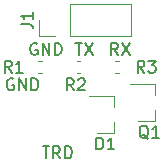
<source format=gbr>
G04 #@! TF.GenerationSoftware,KiCad,Pcbnew,5.1.5-1.fc31*
G04 #@! TF.CreationDate,2020-03-29T10:54:51-05:00*
G04 #@! TF.ProjectId,TK-X90-Programming,544b2d58-3930-42d5-9072-6f6772616d6d,A*
G04 #@! TF.SameCoordinates,Original*
G04 #@! TF.FileFunction,Legend,Top*
G04 #@! TF.FilePolarity,Positive*
%FSLAX46Y46*%
G04 Gerber Fmt 4.6, Leading zero omitted, Abs format (unit mm)*
G04 Created by KiCad (PCBNEW 5.1.5-1.fc31) date 2020-03-29 10:54:51*
%MOMM*%
%LPD*%
G04 APERTURE LIST*
%ADD10C,0.150000*%
%ADD11C,0.120000*%
G04 APERTURE END LIST*
D10*
X146464285Y-105952380D02*
X147035714Y-105952380D01*
X146750000Y-106952380D02*
X146750000Y-105952380D01*
X147940476Y-106952380D02*
X147607142Y-106476190D01*
X147369047Y-106952380D02*
X147369047Y-105952380D01*
X147750000Y-105952380D01*
X147845238Y-106000000D01*
X147892857Y-106047619D01*
X147940476Y-106142857D01*
X147940476Y-106285714D01*
X147892857Y-106380952D01*
X147845238Y-106428571D01*
X147750000Y-106476190D01*
X147369047Y-106476190D01*
X148369047Y-106952380D02*
X148369047Y-105952380D01*
X148607142Y-105952380D01*
X148750000Y-106000000D01*
X148845238Y-106095238D01*
X148892857Y-106190476D01*
X148940476Y-106380952D01*
X148940476Y-106523809D01*
X148892857Y-106714285D01*
X148845238Y-106809523D01*
X148750000Y-106904761D01*
X148607142Y-106952380D01*
X148369047Y-106952380D01*
X143988095Y-100250000D02*
X143892857Y-100202380D01*
X143750000Y-100202380D01*
X143607142Y-100250000D01*
X143511904Y-100345238D01*
X143464285Y-100440476D01*
X143416666Y-100630952D01*
X143416666Y-100773809D01*
X143464285Y-100964285D01*
X143511904Y-101059523D01*
X143607142Y-101154761D01*
X143750000Y-101202380D01*
X143845238Y-101202380D01*
X143988095Y-101154761D01*
X144035714Y-101107142D01*
X144035714Y-100773809D01*
X143845238Y-100773809D01*
X144464285Y-101202380D02*
X144464285Y-100202380D01*
X145035714Y-101202380D01*
X145035714Y-100202380D01*
X145511904Y-101202380D02*
X145511904Y-100202380D01*
X145750000Y-100202380D01*
X145892857Y-100250000D01*
X145988095Y-100345238D01*
X146035714Y-100440476D01*
X146083333Y-100630952D01*
X146083333Y-100773809D01*
X146035714Y-100964285D01*
X145988095Y-101059523D01*
X145892857Y-101154761D01*
X145750000Y-101202380D01*
X145511904Y-101202380D01*
X152833333Y-98202380D02*
X152500000Y-97726190D01*
X152261904Y-98202380D02*
X152261904Y-97202380D01*
X152642857Y-97202380D01*
X152738095Y-97250000D01*
X152785714Y-97297619D01*
X152833333Y-97392857D01*
X152833333Y-97535714D01*
X152785714Y-97630952D01*
X152738095Y-97678571D01*
X152642857Y-97726190D01*
X152261904Y-97726190D01*
X153166666Y-97202380D02*
X153833333Y-98202380D01*
X153833333Y-97202380D02*
X153166666Y-98202380D01*
X149238095Y-97202380D02*
X149809523Y-97202380D01*
X149523809Y-98202380D02*
X149523809Y-97202380D01*
X150047619Y-97202380D02*
X150714285Y-98202380D01*
X150714285Y-97202380D02*
X150047619Y-98202380D01*
X145988095Y-97250000D02*
X145892857Y-97202380D01*
X145750000Y-97202380D01*
X145607142Y-97250000D01*
X145511904Y-97345238D01*
X145464285Y-97440476D01*
X145416666Y-97630952D01*
X145416666Y-97773809D01*
X145464285Y-97964285D01*
X145511904Y-98059523D01*
X145607142Y-98154761D01*
X145750000Y-98202380D01*
X145845238Y-98202380D01*
X145988095Y-98154761D01*
X146035714Y-98107142D01*
X146035714Y-97773809D01*
X145845238Y-97773809D01*
X146464285Y-98202380D02*
X146464285Y-97202380D01*
X147035714Y-98202380D01*
X147035714Y-97202380D01*
X147511904Y-98202380D02*
X147511904Y-97202380D01*
X147750000Y-97202380D01*
X147892857Y-97250000D01*
X147988095Y-97345238D01*
X148035714Y-97440476D01*
X148083333Y-97630952D01*
X148083333Y-97773809D01*
X148035714Y-97964285D01*
X147988095Y-98059523D01*
X147892857Y-98154761D01*
X147750000Y-98202380D01*
X147511904Y-98202380D01*
D11*
X152510000Y-104830000D02*
X151050000Y-104830000D01*
X152510000Y-101670000D02*
X150350000Y-101670000D01*
X152510000Y-101670000D02*
X152510000Y-102600000D01*
X152510000Y-104830000D02*
X152510000Y-103900000D01*
X146170000Y-96580000D02*
X146170000Y-95250000D01*
X147500000Y-96580000D02*
X146170000Y-96580000D01*
X148770000Y-96580000D02*
X148770000Y-93920000D01*
X148770000Y-93920000D02*
X153910000Y-93920000D01*
X148770000Y-96580000D02*
X153910000Y-96580000D01*
X153910000Y-96580000D02*
X153910000Y-93920000D01*
X152587221Y-99760000D02*
X152912779Y-99760000D01*
X152587221Y-98740000D02*
X152912779Y-98740000D01*
X149337221Y-99760000D02*
X149662779Y-99760000D01*
X149337221Y-98740000D02*
X149662779Y-98740000D01*
X146412779Y-98740000D02*
X146087221Y-98740000D01*
X146412779Y-99760000D02*
X146087221Y-99760000D01*
X156010000Y-103830000D02*
X154550000Y-103830000D01*
X156010000Y-100670000D02*
X153850000Y-100670000D01*
X156010000Y-100670000D02*
X156010000Y-101600000D01*
X156010000Y-103830000D02*
X156010000Y-102900000D01*
D10*
X151011904Y-106202380D02*
X151011904Y-105202380D01*
X151250000Y-105202380D01*
X151392857Y-105250000D01*
X151488095Y-105345238D01*
X151535714Y-105440476D01*
X151583333Y-105630952D01*
X151583333Y-105773809D01*
X151535714Y-105964285D01*
X151488095Y-106059523D01*
X151392857Y-106154761D01*
X151250000Y-106202380D01*
X151011904Y-106202380D01*
X152535714Y-106202380D02*
X151964285Y-106202380D01*
X152250000Y-106202380D02*
X152250000Y-105202380D01*
X152154761Y-105345238D01*
X152059523Y-105440476D01*
X151964285Y-105488095D01*
X144622380Y-95583333D02*
X145336666Y-95583333D01*
X145479523Y-95630952D01*
X145574761Y-95726190D01*
X145622380Y-95869047D01*
X145622380Y-95964285D01*
X145622380Y-94583333D02*
X145622380Y-95154761D01*
X145622380Y-94869047D02*
X144622380Y-94869047D01*
X144765238Y-94964285D01*
X144860476Y-95059523D01*
X144908095Y-95154761D01*
X155083333Y-99702380D02*
X154750000Y-99226190D01*
X154511904Y-99702380D02*
X154511904Y-98702380D01*
X154892857Y-98702380D01*
X154988095Y-98750000D01*
X155035714Y-98797619D01*
X155083333Y-98892857D01*
X155083333Y-99035714D01*
X155035714Y-99130952D01*
X154988095Y-99178571D01*
X154892857Y-99226190D01*
X154511904Y-99226190D01*
X155416666Y-98702380D02*
X156035714Y-98702380D01*
X155702380Y-99083333D01*
X155845238Y-99083333D01*
X155940476Y-99130952D01*
X155988095Y-99178571D01*
X156035714Y-99273809D01*
X156035714Y-99511904D01*
X155988095Y-99607142D01*
X155940476Y-99654761D01*
X155845238Y-99702380D01*
X155559523Y-99702380D01*
X155464285Y-99654761D01*
X155416666Y-99607142D01*
X149083333Y-101202380D02*
X148750000Y-100726190D01*
X148511904Y-101202380D02*
X148511904Y-100202380D01*
X148892857Y-100202380D01*
X148988095Y-100250000D01*
X149035714Y-100297619D01*
X149083333Y-100392857D01*
X149083333Y-100535714D01*
X149035714Y-100630952D01*
X148988095Y-100678571D01*
X148892857Y-100726190D01*
X148511904Y-100726190D01*
X149464285Y-100297619D02*
X149511904Y-100250000D01*
X149607142Y-100202380D01*
X149845238Y-100202380D01*
X149940476Y-100250000D01*
X149988095Y-100297619D01*
X150035714Y-100392857D01*
X150035714Y-100488095D01*
X149988095Y-100630952D01*
X149416666Y-101202380D01*
X150035714Y-101202380D01*
X143833333Y-99702380D02*
X143500000Y-99226190D01*
X143261904Y-99702380D02*
X143261904Y-98702380D01*
X143642857Y-98702380D01*
X143738095Y-98750000D01*
X143785714Y-98797619D01*
X143833333Y-98892857D01*
X143833333Y-99035714D01*
X143785714Y-99130952D01*
X143738095Y-99178571D01*
X143642857Y-99226190D01*
X143261904Y-99226190D01*
X144785714Y-99702380D02*
X144214285Y-99702380D01*
X144500000Y-99702380D02*
X144500000Y-98702380D01*
X144404761Y-98845238D01*
X144309523Y-98940476D01*
X144214285Y-98988095D01*
X155404761Y-105297619D02*
X155309523Y-105250000D01*
X155214285Y-105154761D01*
X155071428Y-105011904D01*
X154976190Y-104964285D01*
X154880952Y-104964285D01*
X154928571Y-105202380D02*
X154833333Y-105154761D01*
X154738095Y-105059523D01*
X154690476Y-104869047D01*
X154690476Y-104535714D01*
X154738095Y-104345238D01*
X154833333Y-104250000D01*
X154928571Y-104202380D01*
X155119047Y-104202380D01*
X155214285Y-104250000D01*
X155309523Y-104345238D01*
X155357142Y-104535714D01*
X155357142Y-104869047D01*
X155309523Y-105059523D01*
X155214285Y-105154761D01*
X155119047Y-105202380D01*
X154928571Y-105202380D01*
X156309523Y-105202380D02*
X155738095Y-105202380D01*
X156023809Y-105202380D02*
X156023809Y-104202380D01*
X155928571Y-104345238D01*
X155833333Y-104440476D01*
X155738095Y-104488095D01*
M02*

</source>
